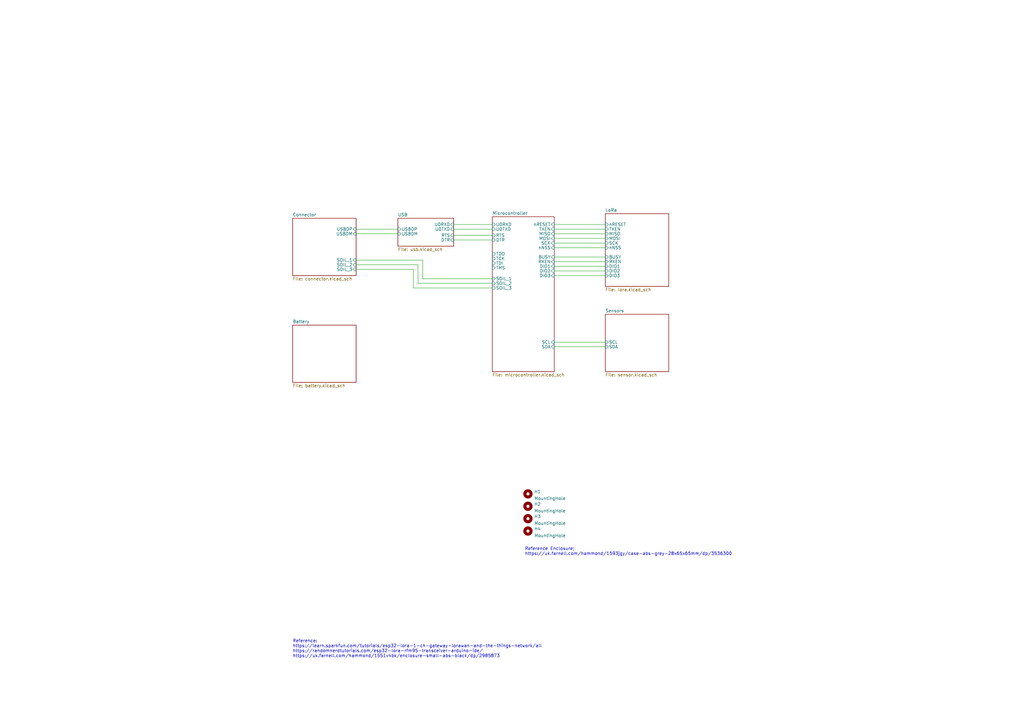
<source format=kicad_sch>
(kicad_sch (version 20211123) (generator eeschema)
  (paper "A3")
  (title_block (title "FLORA") (date "2022-03-23") (rev "A"))
  (lib_symbols
    (symbol "Mechanical:MountingHole" (pin_names (offset 1.016))
      (property "Reference" "H" (at 0 5.08 0))
      (property "Value" "MountingHole" (at 0 3.175 0))
      (symbol "MountingHole_0_1"
        (circle (center 0 0) (radius 1.27) (stroke (width 1.27)))
      )
    )
  )
  (wire (pts (xy 227.33 93.98) (xy 248.285 93.98)))
  (wire (pts (xy 227.33 111.125) (xy 248.285 111.125)))
  (wire (pts (xy 227.33 142.24) (xy 248.285 142.24)))
  (wire (pts (xy 171.45 108.585) (xy 146.05 108.585)))
  (wire (pts (xy 227.33 92.075) (xy 248.285 92.075)))
  (wire (pts (xy 227.33 101.6) (xy 248.285 101.6)))
  (wire (pts (xy 169.545 118.11) (xy 201.93 118.11)))
  (wire (pts (xy 169.545 110.49) (xy 169.545 118.11)))
  (wire (pts (xy 227.33 97.79) (xy 248.285 97.79)))
  (wire (pts (xy 227.33 140.335) (xy 248.285 140.335)))
  (wire (pts (xy 227.33 95.885) (xy 248.285 95.885)))
  (wire (pts (xy 201.93 116.205) (xy 171.45 116.205)))
  (wire (pts (xy 227.33 107.315) (xy 248.285 107.315)))
  (wire (pts (xy 186.055 92.075) (xy 201.93 92.075)))
  (wire (pts (xy 227.33 105.41) (xy 248.285 105.41)))
  (wire (pts (xy 227.33 109.22) (xy 248.285 109.22)))
  (wire (pts (xy 146.05 95.885) (xy 163.195 95.885)))
  (wire (pts (xy 186.055 98.425) (xy 201.93 98.425)))
  (wire (pts (xy 227.33 113.03) (xy 248.285 113.03)))
  (wire (pts (xy 173.355 106.68) (xy 173.355 114.3)))
  (wire (pts (xy 227.33 99.695) (xy 248.285 99.695)))
  (wire (pts (xy 146.05 106.68) (xy 173.355 106.68)))
  (wire (pts (xy 146.05 110.49) (xy 169.545 110.49)))
  (wire (pts (xy 171.45 116.205) (xy 171.45 108.585)))
  (wire (pts (xy 186.055 93.98) (xy 201.93 93.98)))
  (wire (pts (xy 173.355 114.3) (xy 201.93 114.3)))
  (wire (pts (xy 186.055 96.52) (xy 201.93 96.52)))
  (wire (pts (xy 146.05 93.98) (xy 163.195 93.98)))
  (text "Reference Enclosure;\nhttps://uk.farnell.com/hammond/1593jgy/case-abs-grey-28x65x65mm/dp/3536300" (at 215.265 227.965 0) (effects (font (size 1.27 1.27)) (justify left bottom)))
  (text "Reference:\nhttps://learn.sparkfun.com/tutorials/esp32-lora-1-ch-gateway-lorawan-and-the-things-network/all\nhttps://randomnerdtutorials.com/esp32-lora-rfm95-transceiver-arduino-ide/\nhttps://uk.farnell.com/hammond/1551v4bk/enclosure-small-abs-black/dp/2985873" (at 120.015 269.875 0) (effects (font (size 1.27 1.27)) (justify left bottom)))
  (symbol (lib_id "Mechanical:MountingHole") (at 216.535 207.645 0) (unit 1)
    (property "Reference" "H2" (at 219.075 206.7365 0) (effects (justify left)))
    (property "Value" "MountingHole" (at 219.075 209.5116 0) (effects (justify left)))
    (property "Footprint" "personal:MountingHole_3.2mm_M3_Small" (effects hide))
  )
  (symbol (lib_id "Mechanical:MountingHole") (at 216.535 217.805 0) (unit 1)
    (property "Reference" "H4" (at 219.075 216.8965 0) (effects (justify left)))
    (property "Value" "MountingHole" (at 219.075 219.6716 0) (effects (justify left)))
    (property "Footprint" "personal:MountingHole_3.2mm_M3_Small" (effects hide))
  )
  (symbol (lib_id "Mechanical:MountingHole") (at 216.535 202.565 0) (unit 1)
    (property "Reference" "H1" (at 219.075 201.6565 0) (effects (justify left)))
    (property "Value" "MountingHole" (at 219.075 204.4316 0) (effects (justify left)))
    (property "Footprint" "personal:MountingHole_3.2mm_M3_Small" (effects hide))
  )
  (symbol (lib_id "Mechanical:MountingHole") (at 216.535 212.725 0) (unit 1)
    (property "Reference" "H3" (at 219.075 211.8165 0) (effects (justify left)))
    (property "Value" "MountingHole" (at 219.075 214.5916 0) (effects (justify left)))
    (property "Footprint" "personal:MountingHole_3.2mm_M3_Small" (effects hide))
  )
  (sheet (at 248.285 87.63) (size 26.035 29.845) (stroke (width 0.1524))
    (property "Sheet name" "LoRa" (at 248.285 86.9184 0) (effects (justify left bottom)))
    (property "Sheet file" "lora.kicad_sch" (at 248.285 118.0596 0) (effects (justify left top)))
    (pin "TXEN" input (at 248.285 93.98 180))
    (pin "MISO" input (at 248.285 95.885 180))
    (pin "MOSI" input (at 248.285 97.79 180))
    (pin "SCK" input (at 248.285 99.695 180))
    (pin "nNSS" input (at 248.285 101.6 180))
    (pin "BUSY" input (at 248.285 105.41 180))
    (pin "RXEN" input (at 248.285 107.315 180))
    (pin "nRESET" input (at 248.285 92.075 180))
    (pin "DIO2" input (at 248.285 111.125 180))
    (pin "DIO1" input (at 248.285 109.22 180))
    (pin "DIO3" input (at 248.285 113.03 180))
  )
  (sheet (at 248.285 128.905) (size 26.035 23.495) (stroke (width 0.1524))
    (property "Sheet name" "Sensors" (at 248.285 128.1934 0) (effects (justify left bottom)))
    (property "Sheet file" "sensor.kicad_sch" (at 248.285 152.9846 0) (effects (justify left top)))
    (pin "SDA" input (at 248.285 142.24 180))
    (pin "SCL" input (at 248.285 140.335 180))
  )
  (sheet (at 201.93 88.9) (size 25.4 63.5) (stroke (width 0.1524))
    (property "Sheet name" "Microcontroller" (at 201.93 88.1884 0) (effects (justify left bottom)))
    (property "Sheet file" "microcontroller.kicad_sch" (at 201.93 152.9846 0) (effects (justify left top)))
    (pin "SCK" input (at 227.33 99.695 0))
    (pin "nNSS" input (at 227.33 101.6 0))
    (pin "nRESET" input (at 227.33 92.075 0))
    (pin "TXEN" input (at 227.33 93.98 0))
    (pin "MISO" input (at 227.33 95.885 0))
    (pin "MOSI" input (at 227.33 97.79 0))
    (pin "SCL" input (at 227.33 140.335 0))
    (pin "SDA" input (at 227.33 142.24 0))
    (pin "U0RXD" input (at 201.93 92.075 180))
    (pin "U0TXD" input (at 201.93 93.98 180))
    (pin "TDO" input (at 201.93 104.14 180))
    (pin "TCK" input (at 201.93 106.045 180))
    (pin "TDI" input (at 201.93 107.95 180))
    (pin "TMS" input (at 201.93 109.855 180))
    (pin "RTS" input (at 201.93 96.52 180))
    (pin "DTR" input (at 201.93 98.425 180))
    (pin "SOIL_1" input (at 201.93 114.3 180))
    (pin "SOIL_3" input (at 201.93 118.11 180))
    (pin "SOIL_2" input (at 201.93 116.205 180))
    (pin "BUSY" input (at 227.33 105.41 0))
    (pin "RXEN" input (at 227.33 107.315 0))
    (pin "DIO2" input (at 227.33 111.125 0))
    (pin "DIO3" input (at 227.33 113.03 0))
    (pin "DIO1" input (at 227.33 109.22 0))
  )
  (sheet (at 120.015 89.535) (size 26.035 23.495) (stroke (width 0.1524))
    (property "Sheet name" "Connector" (at 120.015 88.8234 0) (effects (justify left bottom)))
    (property "Sheet file" "connector.kicad_sch" (at 120.015 113.6146 0) (effects (justify left top)))
    (pin "SOIL_3" input (at 146.05 110.49 0))
    (pin "SOIL_2" input (at 146.05 108.585 0))
    (pin "SOIL_1" input (at 146.05 106.68 0))
    (pin "USBDP" input (at 146.05 93.98 0))
    (pin "USBDM" input (at 146.05 95.885 0))
  )
  (sheet (at 120.015 133.35) (size 26.035 23.495) (stroke (width 0.1524))
    (property "Sheet name" "Battery" (at 120.015 132.6384 0) (effects (justify left bottom)))
    (property "Sheet file" "battery.kicad_sch" (at 120.015 157.4296 0) (effects (justify left top)))
  )
  (sheet (at 163.195 89.535) (size 22.86 11.43) (stroke (width 0.1524))
    (property "Sheet name" "USB" (at 163.195 88.8234 0) (effects (justify left bottom)))
    (property "Sheet file" "usb.kicad_sch" (at 163.195 101.5496 0) (effects (justify left top)))
    (pin "U0RXD" input (at 186.055 92.075 0))
    (pin "U0TXD" input (at 186.055 93.98 0))
    (pin "USBDM" input (at 163.195 95.885 180))
    (pin "USBDP" input (at 163.195 93.98 180))
    (pin "DTR" input (at 186.055 98.425 0))
    (pin "RTS" input (at 186.055 96.52 0))
  )
)
</source>
